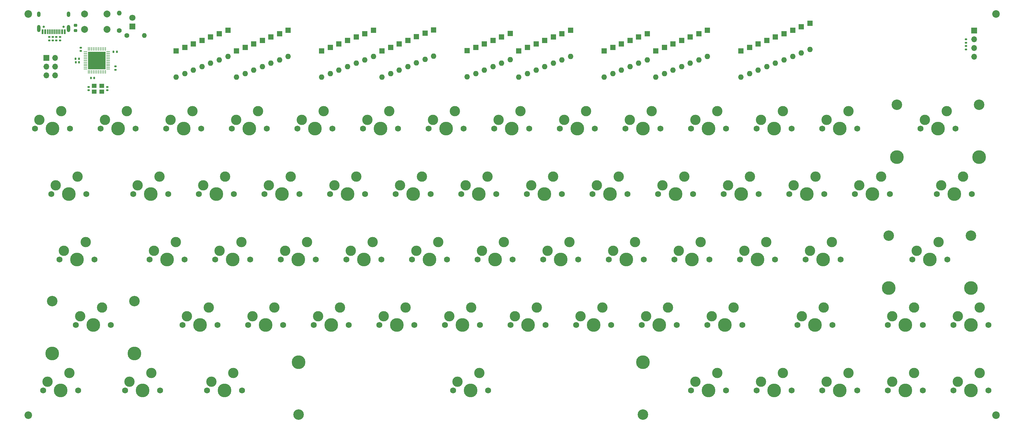
<source format=gts>
%TF.GenerationSoftware,KiCad,Pcbnew,(6.0.0)*%
%TF.CreationDate,2022-08-26T03:08:24-07:00*%
%TF.ProjectId,HandwireCustom,48616e64-7769-4726-9543-7573746f6d2e,rev?*%
%TF.SameCoordinates,Original*%
%TF.FileFunction,Soldermask,Top*%
%TF.FilePolarity,Negative*%
%FSLAX46Y46*%
G04 Gerber Fmt 4.6, Leading zero omitted, Abs format (unit mm)*
G04 Created by KiCad (PCBNEW (6.0.0)) date 2022-08-26 03:08:24*
%MOMM*%
%LPD*%
G01*
G04 APERTURE LIST*
G04 Aperture macros list*
%AMRoundRect*
0 Rectangle with rounded corners*
0 $1 Rounding radius*
0 $2 $3 $4 $5 $6 $7 $8 $9 X,Y pos of 4 corners*
0 Add a 4 corners polygon primitive as box body*
4,1,4,$2,$3,$4,$5,$6,$7,$8,$9,$2,$3,0*
0 Add four circle primitives for the rounded corners*
1,1,$1+$1,$2,$3*
1,1,$1+$1,$4,$5*
1,1,$1+$1,$6,$7*
1,1,$1+$1,$8,$9*
0 Add four rect primitives between the rounded corners*
20,1,$1+$1,$2,$3,$4,$5,0*
20,1,$1+$1,$4,$5,$6,$7,0*
20,1,$1+$1,$6,$7,$8,$9,0*
20,1,$1+$1,$8,$9,$2,$3,0*%
G04 Aperture macros list end*
%ADD10C,3.000000*%
%ADD11C,1.750000*%
%ADD12C,3.987800*%
%ADD13R,1.600000X1.600000*%
%ADD14O,1.600000X1.600000*%
%ADD15C,3.048000*%
%ADD16RoundRect,0.140000X0.140000X0.170000X-0.140000X0.170000X-0.140000X-0.170000X0.140000X-0.170000X0*%
%ADD17RoundRect,0.140000X-0.140000X-0.170000X0.140000X-0.170000X0.140000X0.170000X-0.140000X0.170000X0*%
%ADD18RoundRect,0.140000X0.170000X-0.140000X0.170000X0.140000X-0.170000X0.140000X-0.170000X-0.140000X0*%
%ADD19R,1.800000X1.800000*%
%ADD20C,1.800000*%
%ADD21RoundRect,0.140000X-0.170000X0.140000X-0.170000X-0.140000X0.170000X-0.140000X0.170000X0.140000X0*%
%ADD22RoundRect,0.062500X-0.475000X-0.062500X0.475000X-0.062500X0.475000X0.062500X-0.475000X0.062500X0*%
%ADD23RoundRect,0.062500X-0.062500X-0.475000X0.062500X-0.475000X0.062500X0.475000X-0.062500X0.475000X0*%
%ADD24R,5.200000X5.200000*%
%ADD25C,1.400000*%
%ADD26O,1.400000X1.400000*%
%ADD27RoundRect,0.135000X0.185000X-0.135000X0.185000X0.135000X-0.185000X0.135000X-0.185000X-0.135000X0*%
%ADD28C,0.650000*%
%ADD29R,0.600000X1.450000*%
%ADD30R,0.300000X1.450000*%
%ADD31O,1.000000X1.600000*%
%ADD32O,1.000000X2.100000*%
%ADD33R,1.700000X1.700000*%
%ADD34O,1.700000X1.700000*%
%ADD35RoundRect,0.135000X-0.135000X-0.185000X0.135000X-0.185000X0.135000X0.185000X-0.135000X0.185000X0*%
%ADD36C,2.200000*%
%ADD37RoundRect,0.135000X-0.185000X0.135000X-0.185000X-0.135000X0.185000X-0.135000X0.185000X0.135000X0*%
%ADD38C,2.000000*%
%ADD39R,1.400000X1.200000*%
%ADD40RoundRect,0.225000X0.250000X-0.225000X0.250000X0.225000X-0.250000X0.225000X-0.250000X-0.225000X0*%
G04 APERTURE END LIST*
D10*
%TO.C,K36*%
X218440000Y-171926250D03*
X212090000Y-174466250D03*
D11*
X210820000Y-177006250D03*
X220980000Y-177006250D03*
D12*
X215900000Y-177006250D03*
%TD*%
D13*
%TO.C,D50*%
X263000000Y-93190000D03*
D14*
X263000000Y-100810000D03*
%TD*%
D11*
%TO.C,K13*%
X340042500Y-119856250D03*
D15*
X323024500Y-112871250D03*
D11*
X329882500Y-119856250D03*
D10*
X331152500Y-117316250D03*
X337502500Y-114776250D03*
D12*
X334962500Y-119856250D03*
X346900500Y-128111250D03*
X323024500Y-128111250D03*
D15*
X346900500Y-112871250D03*
%TD*%
D11*
%TO.C,K2*%
X120967500Y-119856250D03*
D12*
X115887500Y-119856250D03*
D10*
X112077500Y-117316250D03*
D11*
X110807500Y-119856250D03*
D10*
X118427500Y-114776250D03*
%TD*%
D16*
%TO.C,C8*%
X85500000Y-99510000D03*
X84540000Y-99510000D03*
%TD*%
D13*
%TO.C,D28*%
X285240000Y-94190000D03*
D14*
X285240000Y-101810000D03*
%TD*%
D13*
%TO.C,D52*%
X141240000Y-93180000D03*
D14*
X141240000Y-100800000D03*
%TD*%
D13*
%TO.C,D41*%
X287740000Y-93190000D03*
D14*
X287740000Y-100810000D03*
%TD*%
D13*
%TO.C,D27*%
X250500000Y-92190000D03*
D14*
X250500000Y-99810000D03*
%TD*%
D13*
%TO.C,D59*%
X146240000Y-91190000D03*
D14*
X146240000Y-98810000D03*
%TD*%
D13*
%TO.C,D63*%
X297770000Y-89190000D03*
D14*
X297770000Y-96810000D03*
%TD*%
D13*
%TO.C,D47*%
X138740000Y-94180000D03*
D14*
X138740000Y-101800000D03*
%TD*%
D13*
%TO.C,D55*%
X265500000Y-92190000D03*
D14*
X265500000Y-99810000D03*
%TD*%
D13*
%TO.C,D54*%
X225730000Y-92190000D03*
D14*
X225730000Y-99810000D03*
%TD*%
D13*
%TO.C,D36*%
X255500000Y-96190000D03*
D14*
X255500000Y-103810000D03*
%TD*%
D12*
%TO.C,K16*%
X201612500Y-138906250D03*
D10*
X204152500Y-133826250D03*
D11*
X196532500Y-138906250D03*
X206692500Y-138906250D03*
D10*
X197802500Y-136366250D03*
%TD*%
D11*
%TO.C,K113*%
X334645000Y-138906250D03*
D10*
X335915000Y-136366250D03*
D12*
X339725000Y-138906250D03*
D11*
X344805000Y-138906250D03*
D10*
X342265000Y-133826250D03*
%TD*%
D13*
%TO.C,D14*%
X243000000Y-95190000D03*
D14*
X243000000Y-102810000D03*
%TD*%
D11*
%TO.C,K211*%
X296545000Y-157956250D03*
D12*
X301625000Y-157956250D03*
D10*
X297815000Y-155416250D03*
X304165000Y-152876250D03*
D11*
X306705000Y-157956250D03*
%TD*%
D13*
%TO.C,D53*%
X183490000Y-93090000D03*
D14*
X183490000Y-100710000D03*
%TD*%
D13*
%TO.C,D58*%
X185990000Y-92090000D03*
D14*
X185990000Y-99710000D03*
%TD*%
D17*
%TO.C,C6*%
X88970000Y-105070000D03*
X89930000Y-105070000D03*
%TD*%
D18*
%TO.C,C2*%
X88350000Y-108680000D03*
X88350000Y-107720000D03*
%TD*%
D13*
%TO.C,D20*%
X123740000Y-93180000D03*
D14*
X123740000Y-100800000D03*
%TD*%
D13*
%TO.C,D21*%
X165990000Y-93190000D03*
D14*
X165990000Y-100810000D03*
%TD*%
D11*
%TO.C,K9*%
X244157500Y-119856250D03*
X254317500Y-119856250D03*
D10*
X245427500Y-117316250D03*
D12*
X249237500Y-119856250D03*
D10*
X251777500Y-114776250D03*
%TD*%
%TO.C,KK10*%
X85090000Y-133826250D03*
D11*
X87630000Y-138906250D03*
D10*
X78740000Y-136366250D03*
D11*
X77470000Y-138906250D03*
D12*
X82550000Y-138906250D03*
%TD*%
D19*
%TO.C,D64*%
X101050000Y-90125000D03*
D20*
X101050000Y-87585000D03*
%TD*%
D18*
%TO.C,C7*%
X86020000Y-97255000D03*
X86020000Y-96295000D03*
%TD*%
D13*
%TO.C,D43*%
X178490000Y-95190000D03*
D14*
X178490000Y-102810000D03*
%TD*%
D21*
%TO.C,C4*%
X96090000Y-101740000D03*
X96090000Y-102700000D03*
%TD*%
D10*
%TO.C,K25*%
X189865000Y-152876250D03*
D11*
X192405000Y-157956250D03*
X182245000Y-157956250D03*
D10*
X183515000Y-155416250D03*
D12*
X187325000Y-157956250D03*
%TD*%
D10*
%TO.C,K14*%
X159702500Y-136366250D03*
D11*
X168592500Y-138906250D03*
D12*
X163512500Y-138906250D03*
D11*
X158432500Y-138906250D03*
D10*
X166052500Y-133826250D03*
%TD*%
D11*
%TO.C,K38*%
X248920000Y-177006250D03*
X259080000Y-177006250D03*
D10*
X250190000Y-174466250D03*
D12*
X254000000Y-177006250D03*
D10*
X256540000Y-171926250D03*
%TD*%
D13*
%TO.C,D15*%
X282740000Y-95190000D03*
D14*
X282740000Y-102810000D03*
%TD*%
D22*
%TO.C,U1*%
X87346250Y-97492500D03*
X87346250Y-97992500D03*
X87346250Y-98492500D03*
X87346250Y-98992500D03*
X87346250Y-99492500D03*
X87346250Y-99992500D03*
X87346250Y-100492500D03*
X87346250Y-100992500D03*
X87346250Y-101492500D03*
X87346250Y-101992500D03*
X87346250Y-102492500D03*
D23*
X88183750Y-103330000D03*
X88683750Y-103330000D03*
X89183750Y-103330000D03*
X89683750Y-103330000D03*
X90183750Y-103330000D03*
X90683750Y-103330000D03*
X91183750Y-103330000D03*
X91683750Y-103330000D03*
X92183750Y-103330000D03*
X92683750Y-103330000D03*
X93183750Y-103330000D03*
D22*
X94021250Y-102492500D03*
X94021250Y-101992500D03*
X94021250Y-101492500D03*
X94021250Y-100992500D03*
X94021250Y-100492500D03*
X94021250Y-99992500D03*
X94021250Y-99492500D03*
X94021250Y-98992500D03*
X94021250Y-98492500D03*
X94021250Y-97992500D03*
X94021250Y-97492500D03*
D23*
X93183750Y-96655000D03*
X92683750Y-96655000D03*
X92183750Y-96655000D03*
X91683750Y-96655000D03*
X91183750Y-96655000D03*
X90683750Y-96655000D03*
X90183750Y-96655000D03*
X89683750Y-96655000D03*
X89183750Y-96655000D03*
X88683750Y-96655000D03*
X88183750Y-96655000D03*
D24*
X90683750Y-99992500D03*
%TD*%
D13*
%TO.C,D16*%
X121240000Y-94180000D03*
D14*
X121240000Y-101800000D03*
%TD*%
D11*
%TO.C,K39*%
X267970000Y-177006250D03*
D12*
X273050000Y-177006250D03*
D11*
X278130000Y-177006250D03*
D10*
X275590000Y-171926250D03*
X269240000Y-174466250D03*
%TD*%
D12*
%TO.C,K0*%
X77787500Y-119856250D03*
D10*
X73977500Y-117316250D03*
D11*
X82867500Y-119856250D03*
D10*
X80327500Y-114776250D03*
D11*
X72707500Y-119856250D03*
%TD*%
D13*
%TO.C,D1*%
X113740000Y-97190000D03*
D14*
X113740000Y-104810000D03*
%TD*%
D25*
%TO.C,R5*%
X99360000Y-92740000D03*
D26*
X104440000Y-92740000D03*
%TD*%
D27*
%TO.C,R9*%
X343075000Y-94885000D03*
X343075000Y-93865000D03*
%TD*%
D13*
%TO.C,D61*%
X228270000Y-91210000D03*
D14*
X228270000Y-98830000D03*
%TD*%
D11*
%TO.C,K45*%
X204311250Y-196056250D03*
D15*
X149231350Y-203041250D03*
D12*
X199231250Y-196056250D03*
X149231350Y-187801250D03*
D10*
X201771250Y-190976250D03*
D15*
X249231150Y-203041250D03*
D10*
X195421250Y-193516250D03*
D11*
X194151250Y-196056250D03*
D12*
X249231150Y-187801250D03*
%TD*%
D13*
%TO.C,D5*%
X277740000Y-97190000D03*
D14*
X277740000Y-104810000D03*
%TD*%
D10*
%TO.C,K33*%
X161290000Y-171926250D03*
D11*
X163830000Y-177006250D03*
X153670000Y-177006250D03*
D10*
X154940000Y-174466250D03*
D12*
X158750000Y-177006250D03*
%TD*%
D11*
%TO.C,K23*%
X154305000Y-157956250D03*
D12*
X149225000Y-157956250D03*
D10*
X151765000Y-152876250D03*
D11*
X144145000Y-157956250D03*
D10*
X145415000Y-155416250D03*
%TD*%
D13*
%TO.C,D57*%
X143740000Y-92190000D03*
D14*
X143740000Y-99810000D03*
%TD*%
D13*
%TO.C,D35*%
X215730000Y-96190000D03*
D14*
X215730000Y-103810000D03*
%TD*%
D10*
%TO.C,K412*%
X321627500Y-193516250D03*
X327977500Y-190976250D03*
D11*
X320357500Y-196056250D03*
X330517500Y-196056250D03*
D12*
X325437500Y-196056250D03*
%TD*%
D11*
%TO.C,K3*%
X129857500Y-119856250D03*
X140017500Y-119856250D03*
D12*
X134937500Y-119856250D03*
D10*
X137477500Y-114776250D03*
X131127500Y-117316250D03*
%TD*%
D11*
%TO.C,K29*%
X268605000Y-157956250D03*
D10*
X266065000Y-152876250D03*
D12*
X263525000Y-157956250D03*
D11*
X258445000Y-157956250D03*
D10*
X259715000Y-155416250D03*
%TD*%
D13*
%TO.C,D25*%
X168490000Y-92190000D03*
D14*
X168490000Y-99810000D03*
%TD*%
D13*
%TO.C,D24*%
X126240000Y-92190000D03*
D14*
X126240000Y-99810000D03*
%TD*%
D13*
%TO.C,D13*%
X203230000Y-95180000D03*
D14*
X203230000Y-102800000D03*
%TD*%
D28*
%TO.C,USB1*%
X75250000Y-90173750D03*
X81030000Y-90173750D03*
D29*
X81365000Y-91618750D03*
X80590000Y-91618750D03*
D30*
X79890000Y-91618750D03*
X79390000Y-91618750D03*
X78890000Y-91618750D03*
X78390000Y-91618750D03*
X77890000Y-91618750D03*
X77390000Y-91618750D03*
X76890000Y-91618750D03*
X76390000Y-91618750D03*
D29*
X75690000Y-91618750D03*
X74915000Y-91618750D03*
D31*
X82460000Y-86523750D03*
X73820000Y-86523750D03*
D32*
X82460000Y-90703750D03*
X73820000Y-90703750D03*
%TD*%
D33*
%TO.C,J2*%
X345420000Y-91320000D03*
D34*
X345420000Y-93860000D03*
X345420000Y-96400000D03*
X345420000Y-98940000D03*
%TD*%
D13*
%TO.C,D2*%
X155980000Y-97190000D03*
D14*
X155980000Y-104810000D03*
%TD*%
D21*
%TO.C,C1*%
X93710000Y-107710000D03*
X93710000Y-108670000D03*
%TD*%
D35*
%TO.C,R6*%
X96495000Y-97500000D03*
X95475000Y-97500000D03*
%TD*%
D12*
%TO.C,K5*%
X173037500Y-119856250D03*
D11*
X178117500Y-119856250D03*
D10*
X175577500Y-114776250D03*
D11*
X167957500Y-119856250D03*
D10*
X169227500Y-117316250D03*
%TD*%
D12*
%TO.C,K41*%
X103981250Y-196056250D03*
D10*
X100171250Y-193516250D03*
X106521250Y-190976250D03*
D11*
X98901250Y-196056250D03*
X109061250Y-196056250D03*
%TD*%
D13*
%TO.C,D38*%
X175990000Y-96190000D03*
D14*
X175990000Y-103810000D03*
%TD*%
D13*
%TO.C,D39*%
X218230000Y-95190000D03*
D14*
X218230000Y-102810000D03*
%TD*%
D13*
%TO.C,D46*%
X290240000Y-92190000D03*
D14*
X290240000Y-99810000D03*
%TD*%
D12*
%TO.C,K31*%
X120650000Y-177006250D03*
D10*
X123190000Y-171926250D03*
X116840000Y-174466250D03*
D11*
X115570000Y-177006250D03*
X125730000Y-177006250D03*
%TD*%
D13*
%TO.C,D7*%
X158490000Y-96190000D03*
D14*
X158490000Y-103810000D03*
%TD*%
D36*
%TO.C,H3*%
X70750000Y-203250000D03*
%TD*%
D33*
%TO.C,J1*%
X76040000Y-99280000D03*
D34*
X78580000Y-99280000D03*
X76040000Y-101820000D03*
X78580000Y-101820000D03*
X76040000Y-104360000D03*
X78580000Y-104360000D03*
%TD*%
D13*
%TO.C,D10*%
X280240000Y-96190000D03*
D14*
X280240000Y-103810000D03*
%TD*%
D13*
%TO.C,D3*%
X198220000Y-97170000D03*
D14*
X198220000Y-104790000D03*
%TD*%
D13*
%TO.C,D18*%
X205730000Y-94180000D03*
D14*
X205730000Y-101800000D03*
%TD*%
D13*
%TO.C,D29*%
X128740000Y-91190000D03*
D14*
X128740000Y-98810000D03*
%TD*%
D13*
%TO.C,D4*%
X238000000Y-97190000D03*
D14*
X238000000Y-104810000D03*
%TD*%
D37*
%TO.C,R2*%
X76890000Y-93160000D03*
X76890000Y-94180000D03*
%TD*%
D11*
%TO.C,K22*%
X125095000Y-157956250D03*
D10*
X132715000Y-152876250D03*
X126365000Y-155416250D03*
D12*
X130175000Y-157956250D03*
D11*
X135255000Y-157956250D03*
%TD*%
D13*
%TO.C,D12*%
X160990000Y-95190000D03*
D14*
X160990000Y-102810000D03*
%TD*%
D10*
%TO.C,K15*%
X178752500Y-136366250D03*
D12*
X182562500Y-138906250D03*
D10*
X185102500Y-133826250D03*
D11*
X187642500Y-138906250D03*
X177482500Y-138906250D03*
%TD*%
D13*
%TO.C,D9*%
X240500000Y-96200000D03*
D14*
X240500000Y-103820000D03*
%TD*%
D13*
%TO.C,D40*%
X258000000Y-95190000D03*
D14*
X258000000Y-102810000D03*
%TD*%
D13*
%TO.C,D42*%
X136240000Y-95190000D03*
D14*
X136240000Y-102810000D03*
%TD*%
D12*
%TO.C,K24*%
X168275000Y-157956250D03*
D10*
X170815000Y-152876250D03*
D11*
X163195000Y-157956250D03*
D10*
X164465000Y-155416250D03*
D11*
X173355000Y-157956250D03*
%TD*%
%TO.C,K11*%
X292417500Y-119856250D03*
D12*
X287337500Y-119856250D03*
D11*
X282257500Y-119856250D03*
D10*
X289877500Y-114776250D03*
X283527500Y-117316250D03*
%TD*%
D13*
%TO.C,D23*%
X248000000Y-93190000D03*
D14*
X248000000Y-100810000D03*
%TD*%
D12*
%TO.C,K310*%
X299243750Y-177006250D03*
D11*
X304323750Y-177006250D03*
D10*
X301783750Y-171926250D03*
X295433750Y-174466250D03*
D11*
X294163750Y-177006250D03*
%TD*%
%TO.C,K6*%
X187007500Y-119856250D03*
D10*
X194627500Y-114776250D03*
D11*
X197167500Y-119856250D03*
D10*
X188277500Y-117316250D03*
D12*
X192087500Y-119856250D03*
%TD*%
%TO.C,K20*%
X84931250Y-157956250D03*
D11*
X79851250Y-157956250D03*
D10*
X81121250Y-155416250D03*
X87471250Y-152876250D03*
D11*
X90011250Y-157956250D03*
%TD*%
D37*
%TO.C,R4*%
X78930000Y-93170000D03*
X78930000Y-94190000D03*
%TD*%
D10*
%TO.C,K8*%
X232727500Y-114776250D03*
X226377500Y-117316250D03*
D12*
X230187500Y-119856250D03*
D11*
X225107500Y-119856250D03*
X235267500Y-119856250D03*
%TD*%
D12*
%TO.C,K27*%
X225425000Y-157956250D03*
D10*
X221615000Y-155416250D03*
D11*
X220345000Y-157956250D03*
D10*
X227965000Y-152876250D03*
D11*
X230505000Y-157956250D03*
%TD*%
D13*
%TO.C,D8*%
X200730000Y-96190000D03*
D14*
X200730000Y-103810000D03*
%TD*%
D13*
%TO.C,D60*%
X188490000Y-91090000D03*
D14*
X188490000Y-98710000D03*
%TD*%
D13*
%TO.C,D33*%
X131240000Y-97190000D03*
D14*
X131240000Y-104810000D03*
%TD*%
D13*
%TO.C,D6*%
X116240000Y-96190000D03*
D14*
X116240000Y-103810000D03*
%TD*%
D38*
%TO.C,SW1*%
X87100000Y-86460000D03*
X93600000Y-86460000D03*
X87100000Y-90960000D03*
X93600000Y-90960000D03*
%TD*%
D11*
%TO.C,K37*%
X229870000Y-177006250D03*
D10*
X231140000Y-174466250D03*
D11*
X240030000Y-177006250D03*
D12*
X234950000Y-177006250D03*
D10*
X237490000Y-171926250D03*
%TD*%
D12*
%TO.C,K111*%
X296862500Y-138906250D03*
D10*
X299402500Y-133826250D03*
D11*
X301942500Y-138906250D03*
D10*
X293052500Y-136366250D03*
D11*
X291782500Y-138906250D03*
%TD*%
D16*
%TO.C,C5*%
X85510000Y-100500000D03*
X84550000Y-100500000D03*
%TD*%
D13*
%TO.C,D22*%
X208230000Y-93180000D03*
D14*
X208230000Y-100800000D03*
%TD*%
D11*
%TO.C,K17*%
X225742500Y-138906250D03*
D12*
X220662500Y-138906250D03*
D10*
X223202500Y-133826250D03*
X216852500Y-136366250D03*
D11*
X215582500Y-138906250D03*
%TD*%
D13*
%TO.C,D11*%
X118740000Y-95190000D03*
D14*
X118740000Y-102810000D03*
%TD*%
D10*
%TO.C,K313*%
X340677500Y-174466250D03*
D12*
X344487500Y-177006250D03*
D10*
X347027500Y-171926250D03*
D11*
X349567500Y-177006250D03*
X339407500Y-177006250D03*
%TD*%
%TO.C,KK11*%
X101282500Y-138906250D03*
D12*
X106362500Y-138906250D03*
D10*
X102552500Y-136366250D03*
X108902500Y-133826250D03*
D11*
X111442500Y-138906250D03*
%TD*%
D12*
%TO.C,K413*%
X344487500Y-196056250D03*
D11*
X339407500Y-196056250D03*
X349567500Y-196056250D03*
D10*
X347027500Y-190976250D03*
X340677500Y-193516250D03*
%TD*%
%TO.C,K7*%
X207327500Y-117316250D03*
D11*
X206057500Y-119856250D03*
D12*
X211137500Y-119856250D03*
D10*
X213677500Y-114776250D03*
D11*
X216217500Y-119856250D03*
%TD*%
D13*
%TO.C,D48*%
X180990000Y-94200000D03*
D14*
X180990000Y-101820000D03*
%TD*%
D12*
%TO.C,K213*%
X320643250Y-166211250D03*
D10*
X335121250Y-152876250D03*
D15*
X344519250Y-150971250D03*
D10*
X328771250Y-155416250D03*
D12*
X332581250Y-157956250D03*
X344519250Y-166211250D03*
D11*
X337661250Y-157956250D03*
D15*
X320643250Y-150971250D03*
D11*
X327501250Y-157956250D03*
%TD*%
%TO.C,K112*%
X310832500Y-138906250D03*
D10*
X312102500Y-136366250D03*
D12*
X315912500Y-138906250D03*
D10*
X318452500Y-133826250D03*
D11*
X320992500Y-138906250D03*
%TD*%
%TO.C,K30*%
X84613750Y-177006250D03*
D12*
X77755750Y-185261250D03*
X89693750Y-177006250D03*
D10*
X85883750Y-174466250D03*
D12*
X101631750Y-185261250D03*
D15*
X101631750Y-170021250D03*
D10*
X92233750Y-171926250D03*
D11*
X94773750Y-177006250D03*
D15*
X77755750Y-170021250D03*
%TD*%
D10*
%TO.C,K210*%
X285115000Y-152876250D03*
D12*
X282575000Y-157956250D03*
D10*
X278765000Y-155416250D03*
D11*
X287655000Y-157956250D03*
X277495000Y-157956250D03*
%TD*%
D13*
%TO.C,D26*%
X210730000Y-92180000D03*
D14*
X210730000Y-99800000D03*
%TD*%
D13*
%TO.C,D30*%
X170990000Y-91190000D03*
D14*
X170990000Y-98810000D03*
%TD*%
D37*
%TO.C,R3*%
X77900000Y-93170000D03*
X77900000Y-94190000D03*
%TD*%
D11*
%TO.C,K34*%
X172720000Y-177006250D03*
D10*
X173990000Y-174466250D03*
D11*
X182880000Y-177006250D03*
D10*
X180340000Y-171926250D03*
D12*
X177800000Y-177006250D03*
%TD*%
D13*
%TO.C,D62*%
X268000000Y-91180000D03*
D14*
X268000000Y-98800000D03*
%TD*%
D11*
%TO.C,K1*%
X91757500Y-119856250D03*
D10*
X99377500Y-114776250D03*
D11*
X101917500Y-119856250D03*
D12*
X96837500Y-119856250D03*
D10*
X93027500Y-117316250D03*
%TD*%
D36*
%TO.C,H2*%
X351750000Y-203250000D03*
%TD*%
D13*
%TO.C,D32*%
X253000000Y-97190000D03*
D14*
X253000000Y-104810000D03*
%TD*%
D13*
%TO.C,D56*%
X295250000Y-90190000D03*
D14*
X295250000Y-97810000D03*
%TD*%
D11*
%TO.C,K4*%
X159067500Y-119856250D03*
D10*
X156527500Y-114776250D03*
D11*
X148907500Y-119856250D03*
D10*
X150177500Y-117316250D03*
D12*
X153987500Y-119856250D03*
%TD*%
D13*
%TO.C,D31*%
X213230000Y-97190000D03*
D14*
X213230000Y-104810000D03*
%TD*%
D10*
%TO.C,K32*%
X142240000Y-171926250D03*
D11*
X144780000Y-177006250D03*
D10*
X135890000Y-174466250D03*
D12*
X139700000Y-177006250D03*
D11*
X134620000Y-177006250D03*
%TD*%
D37*
%TO.C,R8*%
X343070000Y-95790000D03*
X343070000Y-96810000D03*
%TD*%
D13*
%TO.C,D19*%
X245500000Y-94190000D03*
D14*
X245500000Y-101810000D03*
%TD*%
D13*
%TO.C,D49*%
X223230000Y-93190000D03*
D14*
X223230000Y-100810000D03*
%TD*%
D11*
%TO.C,K410*%
X311467500Y-196056250D03*
X301307500Y-196056250D03*
D12*
X306387500Y-196056250D03*
D10*
X308927500Y-190976250D03*
X302577500Y-193516250D03*
%TD*%
D11*
%TO.C,K28*%
X239395000Y-157956250D03*
X249555000Y-157956250D03*
D10*
X240665000Y-155416250D03*
X247015000Y-152876250D03*
D12*
X244475000Y-157956250D03*
%TD*%
%TO.C,K21*%
X111125000Y-157956250D03*
D10*
X113665000Y-152876250D03*
D11*
X106045000Y-157956250D03*
X116205000Y-157956250D03*
D10*
X107315000Y-155416250D03*
%TD*%
D13*
%TO.C,D34*%
X173490000Y-97190000D03*
D14*
X173490000Y-104810000D03*
%TD*%
D10*
%TO.C,K18*%
X235902500Y-136366250D03*
D11*
X234632500Y-138906250D03*
D10*
X242252500Y-133826250D03*
D12*
X239712500Y-138906250D03*
D11*
X244792500Y-138906250D03*
%TD*%
D12*
%TO.C,K49*%
X287337500Y-196056250D03*
D10*
X283527500Y-193516250D03*
D11*
X282257500Y-196056250D03*
X292417500Y-196056250D03*
D10*
X289877500Y-190976250D03*
%TD*%
D36*
%TO.C,H4*%
X70750000Y-86500000D03*
%TD*%
D13*
%TO.C,D17*%
X163490000Y-94190000D03*
D14*
X163490000Y-101810000D03*
%TD*%
D10*
%TO.C,KK12*%
X127952500Y-133826250D03*
D12*
X125412500Y-138906250D03*
D10*
X121602500Y-136366250D03*
D11*
X120332500Y-138906250D03*
X130492500Y-138906250D03*
%TD*%
%TO.C,K42*%
X122713750Y-196056250D03*
D10*
X123983750Y-193516250D03*
D12*
X127793750Y-196056250D03*
D11*
X132873750Y-196056250D03*
D10*
X130333750Y-190976250D03*
%TD*%
D25*
%TO.C,R7*%
X97240000Y-91320000D03*
D26*
X97240000Y-86240000D03*
%TD*%
D11*
%TO.C,K19*%
X263842500Y-138906250D03*
X253682500Y-138906250D03*
D12*
X258762500Y-138906250D03*
D10*
X254952500Y-136366250D03*
X261302500Y-133826250D03*
%TD*%
%TO.C,K48*%
X264477500Y-193516250D03*
D11*
X263207500Y-196056250D03*
D12*
X268287500Y-196056250D03*
D10*
X270827500Y-190976250D03*
D11*
X273367500Y-196056250D03*
%TD*%
D10*
%TO.C,K35*%
X199390000Y-171926250D03*
D12*
X196850000Y-177006250D03*
D10*
X193040000Y-174466250D03*
D11*
X191770000Y-177006250D03*
X201930000Y-177006250D03*
%TD*%
D12*
%TO.C,K26*%
X206375000Y-157956250D03*
D11*
X201295000Y-157956250D03*
D10*
X208915000Y-152876250D03*
D11*
X211455000Y-157956250D03*
D10*
X202565000Y-155416250D03*
%TD*%
D12*
%TO.C,K40*%
X80168750Y-196056250D03*
D11*
X75088750Y-196056250D03*
X85248750Y-196056250D03*
D10*
X76358750Y-193516250D03*
X82708750Y-190976250D03*
%TD*%
D13*
%TO.C,D44*%
X220730000Y-94200000D03*
D14*
X220730000Y-101820000D03*
%TD*%
D11*
%TO.C,K312*%
X320357500Y-177006250D03*
D10*
X321627500Y-174466250D03*
D12*
X325437500Y-177006250D03*
D10*
X327977500Y-171926250D03*
D11*
X330517500Y-177006250D03*
%TD*%
D12*
%TO.C,K12*%
X306387500Y-119856250D03*
D11*
X311467500Y-119856250D03*
D10*
X302577500Y-117316250D03*
D11*
X301307500Y-119856250D03*
D10*
X308927500Y-114776250D03*
%TD*%
D39*
%TO.C,Y1*%
X92130000Y-107350000D03*
X89930000Y-107350000D03*
X89930000Y-109050000D03*
X92130000Y-109050000D03*
%TD*%
D13*
%TO.C,D37*%
X133740000Y-96190000D03*
D14*
X133740000Y-103810000D03*
%TD*%
D37*
%TO.C,R1*%
X79970000Y-93160000D03*
X79970000Y-94180000D03*
%TD*%
D13*
%TO.C,D45*%
X260500000Y-94190000D03*
D14*
X260500000Y-101810000D03*
%TD*%
D13*
%TO.C,D51*%
X292740000Y-91190000D03*
D14*
X292740000Y-98810000D03*
%TD*%
D36*
%TO.C,H1*%
X351750000Y-86500000D03*
%TD*%
D12*
%TO.C,K10*%
X268287500Y-119856250D03*
D10*
X264477500Y-117316250D03*
X270827500Y-114776250D03*
D11*
X263207500Y-119856250D03*
X273367500Y-119856250D03*
%TD*%
D12*
%TO.C,KK13*%
X144462500Y-138906250D03*
D11*
X149542500Y-138906250D03*
D10*
X147002500Y-133826250D03*
D11*
X139382500Y-138906250D03*
D10*
X140652500Y-136366250D03*
%TD*%
D40*
%TO.C,C3*%
X84490000Y-91300000D03*
X84490000Y-89750000D03*
%TD*%
D10*
%TO.C,K110*%
X274002500Y-136366250D03*
D11*
X282892500Y-138906250D03*
D10*
X280352500Y-133826250D03*
D12*
X277812500Y-138906250D03*
D11*
X272732500Y-138906250D03*
%TD*%
M02*

</source>
